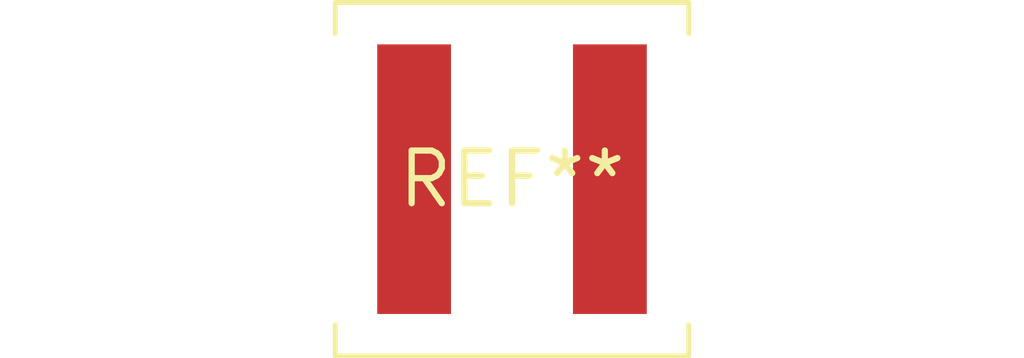
<source format=kicad_pcb>
(kicad_pcb (version 20240108) (generator pcbnew)
  (layers (0 "F.Cu" signal) (31 "B.Cu" signal) (34 "B.Paste" user) (35 "F.Paste" user) (36 "B.SilkS" user "B.Silkscreen") (37 "F.SilkS" user "F.Silkscreen") (38 "B.Mask" user) (39 "F.Mask" user) (44 "Edge.Cuts" user))
  (net 0 "")
  (footprint "L_Coilcraft_XAL7020-471" (layer "F.Cu") (at 0 0)
    (property "Reference" "REF**")
    (property "Value" "L_Coilcraft_XAL7020-471")
    (fp_line (start -4.26 -4.26) (end -4.26 -3.51) (layer "F.SilkS") (stroke (width 0.12)))
    (fp_line (start -4.26 -4.26) (end 4.26 -4.26) (layer "F.SilkS") (stroke (width 0.12)))
    (fp_line (start -4.26 4.26) (end -4.26 3.51) (layer "F.SilkS") (stroke (width 0.12)))
    (fp_line (start -4.26 4.26) (end 4.26 4.26) (layer "F.SilkS") (stroke (width 0.12)))
    (fp_line (start 4.26 -4.26) (end 4.26 -3.51) (layer "F.SilkS") (stroke (width 0.12)))
    (fp_line (start 4.26 4.26) (end 4.26 3.51) (layer "F.SilkS") (stroke (width 0.12)))
    (pad "1" smd rect (at -2.36 0) (size 1.78 6.5) (layers "F.Cu" "F.Paste" "F.Mask"))
    (pad "2" smd rect (at 2.36 0) (size 1.78 6.5) (layers "F.Cu" "F.Paste" "F.Mask"))
  )
)
</source>
